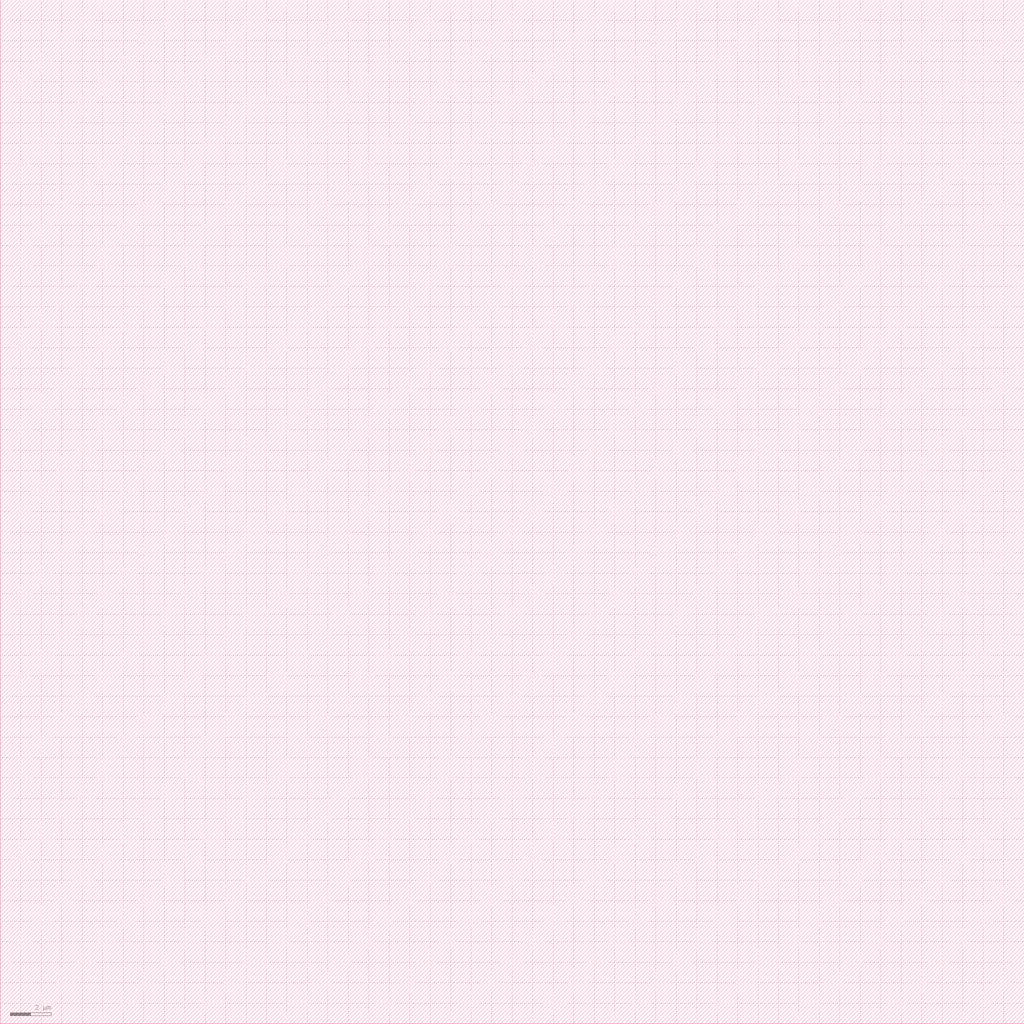
<source format=lef>
VERSION 5.4 ;

UNITS
    DATABASE MICRONS 1000  ;
END UNITS

MANUFACTURINGGRID 0.01000 ;

MACRO RAM
    CLASS INOUT ;
    FOREIGN RAM 0 0 ;
    ORIGIN 0.000 0.000 ;
    SIZE 50.000 BY 50.000 ;
    SYMMETRY R90 ;
END RAM

END LIBRARY
</source>
